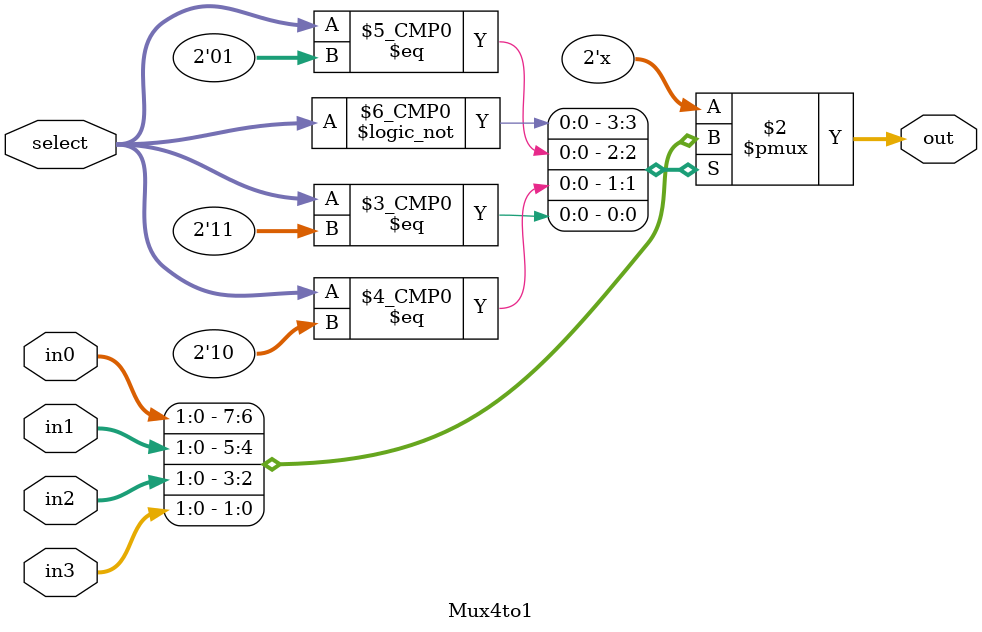
<source format=v>
module Mux4to1
	#(parameter W = 2) (in0,in1,in2,in3,select,out);
	
	input wire [W-1:0] in0,in1,in2,in3;
	input wire [1:0] select;
	output reg [W-1:0] out;
	
	always @* begin
		case(select)
			2'b00: out=in0;
			2'b01: out=in1;
			2'b10: out=in2;
			2'b11: out=in3;
		endcase
	end
	
endmodule
</source>
